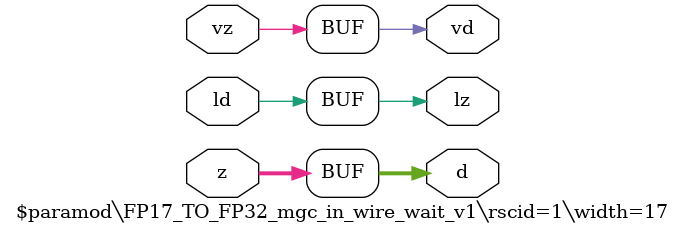
<source format=v>
module \$paramod\FP17_TO_FP32_mgc_in_wire_wait_v1\rscid=1\width=17 (ld, vd, d, lz, vz, z);
  (* src = "./vmod/vlibs/HLS_fp17_to_fp32.v:14" *)
  output [16:0] d;
  (* src = "./vmod/vlibs/HLS_fp17_to_fp32.v:12" *)
  input ld;
  (* src = "./vmod/vlibs/HLS_fp17_to_fp32.v:15" *)
  output lz;
  (* src = "./vmod/vlibs/HLS_fp17_to_fp32.v:13" *)
  output vd;
  (* src = "./vmod/vlibs/HLS_fp17_to_fp32.v:16" *)
  input vz;
  (* src = "./vmod/vlibs/HLS_fp17_to_fp32.v:17" *)
  input [16:0] z;
  assign d = z;
  assign lz = ld;
  assign vd = vz;
endmodule

</source>
